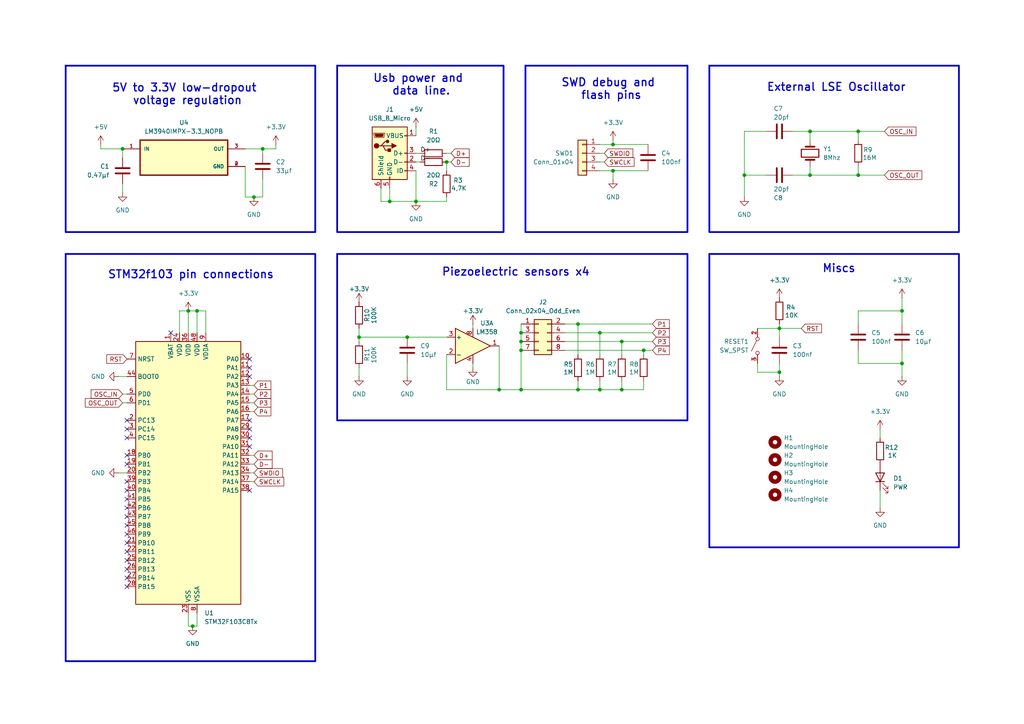
<source format=kicad_sch>
(kicad_sch (version 20250114) (generator "eeschema") (generator_version "9.0")
  (paper "A4")
  (title_block (title "Taiko STM32 Drum"))
  (lib_symbols
    (symbol "Amplifier_Operational:LM358" (pin_names (offset 0.127))
      (property "Reference" "U3" (at 0 10.16 0))
      (property "Value" "LM358" (at 0 7.62 0))
      (symbol "LM358_1_1"
        (polyline (pts (xy -5.08 5.08) (xy 5.08 0) (xy -5.08 -5.08) (xy -5.08 5.08)) (stroke (width 0.254)) (fill (type background)))
        (pin input line (at -7.62 2.54 0) (length 2.54) (name "+") (number "3"))
        (pin input line (at -7.62 -2.54 0) (length 2.54) (name "-") (number "2"))
        (pin power_in line (at 0 5.08 270) (length 2.54) (name "") (number "8"))
        (pin power_in line (at 0 -5.08 90) (length 2.54) (name "") (number "4"))
        (pin output line (at 7.62 0 180) (length 2.54) (name "~") (number "1"))
      )
      (symbol "LM358_2_1"
        (polyline (pts (xy -5.08 5.08) (xy 5.08 0) (xy -5.08 -5.08) (xy -5.08 5.08)) (stroke (width 0.254)) (fill (type background)))
        (pin input line (at -7.62 2.54 0) (length 2.54) (name "+") (number "5"))
        (pin input line (at -7.62 -2.54 0) (length 2.54) (name "-") (number "6"))
        (pin output line (at 7.62 0 180) (length 2.54) (name "~") (number "7"))
      )
      (symbol "LM358_3_1"
        (pin power_in line (at -2.54 7.62 270) (length 3.81) (name "V+") (number "8"))
        (pin power_in line (at -2.54 -7.62 90) (length 3.81) (name "V-") (number "4"))
      )
    )
    (symbol "Connector:USB_B_Micro" (pin_names (offset 1.016))
      (property "Reference" "J" (at -5.08 11.43 0))
      (property "Value" "USB_B_Micro" (at -5.08 8.89 0))
      (symbol "USB_B_Micro_0_1"
        (rectangle (start -5.08 -7.62) (end 5.08 7.62) (stroke (width 0.254)) (fill (type background)))
        (polyline (pts (xy -4.699 5.842) (xy -4.699 5.588) (xy -4.445 4.826) (xy -4.445 4.572) (xy -1.651 4.572) (xy -1.651 4.826) (xy -1.397 5.588) (xy -1.397 5.842) (xy -4.699 5.842)))
        (polyline (pts (xy -4.318 5.588) (xy -1.778 5.588) (xy -2.032 4.826) (xy -4.064 4.826) (xy -4.318 5.588)) (fill (type outline)))
        (circle (center -3.81 2.159) (radius 0.635) (stroke (width 0.254)) (fill (type outline)))
        (polyline (pts (xy -3.175 2.159) (xy -2.54 2.159) (xy -1.27 3.429) (xy -0.635 3.429)) (stroke (width 0.254)))
        (polyline (pts (xy -2.54 2.159) (xy -1.905 2.159) (xy -1.27 0.889) (xy 0 0.889)) (stroke (width 0.254)))
        (polyline (pts (xy -1.905 2.159) (xy 0.635 2.159)) (stroke (width 0.254)))
        (circle (center -0.635 3.429) (radius 0.381) (stroke (width 0.254)) (fill (type outline)))
        (rectangle (start -0.127 -7.62) (end 0.127 -6.858))
        (rectangle (start 0.254 1.27) (end -0.508 0.508) (stroke (width 0.254)) (fill (type outline)))
        (polyline (pts (xy 0.635 2.794) (xy 0.635 1.524) (xy 1.905 2.159) (xy 0.635 2.794)) (stroke (width 0.254)) (fill (type outline)))
        (rectangle (start 5.08 4.953) (end 4.318 5.207))
        (rectangle (start 5.08 -0.127) (end 4.318 0.127))
        (rectangle (start 5.08 -2.667) (end 4.318 -2.413))
        (rectangle (start 5.08 -5.207) (end 4.318 -4.953))
      )
      (symbol "USB_B_Micro_1_1"
        (pin passive line (at -2.54 -10.16 90) (length 2.54) (name "Shield") (number "6"))
        (pin power_out line (at 0 -10.16 90) (length 2.54) (name "GND") (number "5"))
        (pin power_out line (at 7.62 5.08 180) (length 2.54) (name "VBUS") (number "1"))
        (pin bidirectional line (at 7.62 0 180) (length 2.54) (name "D+") (number "3"))
        (pin bidirectional line (at 7.62 -2.54 180) (length 2.54) (name "D-") (number "2"))
        (pin passive line (at 7.62 -5.08 180) (length 2.54) (name "ID") (number "4"))
      )
    )
    (symbol "Connector_Generic:Conn_01x04" (pin_names (offset 1.016) (hide yes))
      (property "Reference" "J" (at 0 5.08 0))
      (property "Value" "Conn_01x04" (at 0 -7.62 0))
      (symbol "Conn_01x04_1_1"
        (rectangle (start -1.27 3.81) (end 1.27 -6.35) (stroke (width 0.254)) (fill (type background)))
        (rectangle (start -1.27 2.667) (end 0 2.413) (stroke (width 0.1524)))
        (rectangle (start -1.27 0.127) (end 0 -0.127) (stroke (width 0.1524)))
        (rectangle (start -1.27 -2.413) (end 0 -2.667) (stroke (width 0.1524)))
        (rectangle (start -1.27 -4.953) (end 0 -5.207) (stroke (width 0.1524)))
        (pin passive line (at -5.08 2.54 0) (length 3.81) (name "Pin_1") (number "1"))
        (pin passive line (at -5.08 0 0) (length 3.81) (name "Pin_2") (number "2"))
        (pin passive line (at -5.08 -2.54 0) (length 3.81) (name "Pin_3") (number "3"))
        (pin passive line (at -5.08 -5.08 0) (length 3.81) (name "Pin_4") (number "4"))
      )
    )
    (symbol "Connector_Generic:Conn_02x04_Odd_Even" (pin_names (offset 1.016) (hide yes))
      (property "Reference" "J" (at 1.27 5.08 0))
      (property "Value" "Conn_02x04_Odd_Even" (at 1.27 -7.62 0))
      (symbol "Conn_02x04_Odd_Even_1_1"
        (rectangle (start -1.27 3.81) (end 3.81 -6.35) (stroke (width 0.254)) (fill (type background)))
        (rectangle (start -1.27 2.667) (end 0 2.413) (stroke (width 0.1524)))
        (rectangle (start -1.27 0.127) (end 0 -0.127) (stroke (width 0.1524)))
        (rectangle (start -1.27 -2.413) (end 0 -2.667) (stroke (width 0.1524)))
        (rectangle (start -1.27 -4.953) (end 0 -5.207) (stroke (width 0.1524)))
        (rectangle (start 3.81 2.667) (end 2.54 2.413) (stroke (width 0.1524)))
        (rectangle (start 3.81 0.127) (end 2.54 -0.127) (stroke (width 0.1524)))
        (rectangle (start 3.81 -2.413) (end 2.54 -2.667) (stroke (width 0.1524)))
        (rectangle (start 3.81 -4.953) (end 2.54 -5.207) (stroke (width 0.1524)))
        (pin passive line (at -5.08 2.54 0) (length 3.81) (name "Pin_1") (number "1"))
        (pin passive line (at -5.08 0 0) (length 3.81) (name "Pin_3") (number "3"))
        (pin passive line (at -5.08 -2.54 0) (length 3.81) (name "Pin_5") (number "5"))
        (pin passive line (at -5.08 -5.08 0) (length 3.81) (name "Pin_7") (number "7"))
        (pin passive line (at 7.62 2.54 180) (length 3.81) (name "Pin_2") (number "2"))
        (pin passive line (at 7.62 0 180) (length 3.81) (name "Pin_4") (number "4"))
        (pin passive line (at 7.62 -2.54 180) (length 3.81) (name "Pin_6") (number "6"))
        (pin passive line (at 7.62 -5.08 180) (length 3.81) (name "Pin_8") (number "8"))
      )
    )
    (symbol "Device:C" (pin_numbers (hide yes)) (pin_names (offset 0.254))
      (property "Reference" "C" (at 0.635 2.54 0))
      (property "Value" "C" (at 0.635 -2.54 0))
      (symbol "C_0_1"
        (polyline (pts (xy -2.032 0.762) (xy 2.032 0.762)) (stroke (width 0.508)))
        (polyline (pts (xy -2.032 -0.762) (xy 2.032 -0.762)) (stroke (width 0.508)))
      )
      (symbol "C_1_1"
        (pin passive line (at 0 3.81 270) (length 2.794) (name "~") (number "1"))
        (pin passive line (at 0 -3.81 90) (length 2.794) (name "~") (number "2"))
      )
    )
    (symbol "Device:Crystal" (pin_numbers (hide yes)) (pin_names (offset 1.016) (hide yes))
      (property "Reference" "Y" (at 0 3.81 0))
      (property "Value" "Crystal" (at 0 -3.81 0))
      (symbol "Crystal_0_1"
        (polyline (pts (xy -2.54 0) (xy -1.905 0)))
        (polyline (pts (xy -1.905 -1.27) (xy -1.905 1.27)) (stroke (width 0.508)))
        (rectangle (start -1.143 2.54) (end 1.143 -2.54) (stroke (width 0.3048)))
        (polyline (pts (xy 1.905 -1.27) (xy 1.905 1.27)) (stroke (width 0.508)))
        (polyline (pts (xy 2.54 0) (xy 1.905 0)))
      )
      (symbol "Crystal_1_1"
        (pin passive line (at -3.81 0 0) (length 1.27) (name "1") (number "1"))
        (pin passive line (at 3.81 0 180) (length 1.27) (name "2") (number "2"))
      )
    )
    (symbol "Device:LED" (pin_numbers (hide yes)) (pin_names (offset 1.016) (hide yes))
      (property "Reference" "D" (at 0 2.54 0))
      (property "Value" "LED" (at 0 -2.54 0))
      (symbol "LED_0_1"
        (polyline (pts (xy -3.048 -0.762) (xy -4.572 -2.286) (xy -3.81 -2.286) (xy -4.572 -2.286) (xy -4.572 -1.524)))
        (polyline (pts (xy -1.778 -0.762) (xy -3.302 -2.286) (xy -2.54 -2.286) (xy -3.302 -2.286) (xy -3.302 -1.524)))
        (polyline (pts (xy -1.27 0) (xy 1.27 0)))
        (polyline (pts (xy -1.27 -1.27) (xy -1.27 1.27)) (stroke (width 0.254)))
        (polyline (pts (xy 1.27 -1.27) (xy 1.27 1.27) (xy -1.27 0) (xy 1.27 -1.27)) (stroke (width 0.254)))
      )
      (symbol "LED_1_1"
        (pin passive line (at -3.81 0 0) (length 2.54) (name "K") (number "1"))
        (pin passive line (at 3.81 0 180) (length 2.54) (name "A") (number "2"))
      )
    )
    (symbol "Device:R" (pin_numbers (hide yes)) (pin_names (offset 0))
      (property "Reference" "R" (at 2.032 0 90))
      (property "Value" "R" (at 0 0 90))
      (symbol "R_0_1"
        (rectangle (start -1.016 -2.54) (end 1.016 2.54) (stroke (width 0.254)))
      )
      (symbol "R_1_1"
        (pin passive line (at 0 3.81 270) (length 1.27) (name "~") (number "1"))
        (pin passive line (at 0 -3.81 90) (length 1.27) (name "~") (number "2"))
      )
    )
    (symbol "LM3940IMPX-3.3_NOPB_1" (pin_names (offset 1.016))
      (property "Reference" "U" (at -12.7 6.08 0))
      (property "Value" "LM3940IMPX-3.3_NOPB" (at -12.7 -9.08 0))
      (symbol "LM3940IMPX-3.3_NOPB_1_0_0"
        (rectangle (start -12.7 -5.08) (end 12.7 5.08) (stroke (width 0.41)) (fill (type background)))
        (pin input line (at -17.78 2.54 0) (length 5.08) (name "IN") (number "1"))
        (pin output line (at 17.78 2.54 180) (length 5.08) (name "OUT") (number "3"))
        (pin power_in line (at 17.78 -2.54 180) (length 5.08) (name "GND") (number "2"))
        (pin power_in line (at 17.78 -2.54 180) (length 5.08) (name "GND") (number "4"))
      )
    )
    (symbol "MCU_ST_STM32F1:STM32F103C8Tx"
      (property "Reference" "U" (at -15.24 39.37 0))
      (property "Value" "STM32F103C8Tx" (at 7.62 39.37 0))
      (symbol "STM32F103C8Tx_0_1"
        (rectangle (start -15.24 -38.1) (end 15.24 38.1) (stroke (width 0.254)) (fill (type background)))
      )
      (symbol "STM32F103C8Tx_1_1"
        (pin input line (at -17.78 33.02 0) (length 2.54) (name "NRST") (number "7"))
        (pin input line (at -17.78 27.94 0) (length 2.54) (name "BOOT0") (number "44"))
        (pin bidirectional line (at -17.78 22.86 0) (length 2.54) (name "PD0") (number "5"))
        (pin bidirectional line (at -17.78 20.32 0) (length 2.54) (name "PD1") (number "6"))
        (pin bidirectional line (at -17.78 15.24 0) (length 2.54) (name "PC13") (number "2"))
        (pin bidirectional line (at -17.78 12.7 0) (length 2.54) (name "PC14") (number "3"))
        (pin bidirectional line (at -17.78 10.16 0) (length 2.54) (name "PC15") (number "4"))
        (pin bidirectional line (at -17.78 5.08 0) (length 2.54) (name "PB0") (number "18"))
        (pin bidirectional line (at -17.78 2.54 0) (length 2.54) (name "PB1") (number "19"))
        (pin bidirectional line (at -17.78 0 0) (length 2.54) (name "PB2") (number "20"))
        (pin bidirectional line (at -17.78 -2.54 0) (length 2.54) (name "PB3") (number "39"))
        (pin bidirectional line (at -17.78 -5.08 0) (length 2.54) (name "PB4") (number "40"))
        (pin bidirectional line (at -17.78 -7.62 0) (length 2.54) (name "PB5") (number "41"))
        (pin bidirectional line (at -17.78 -10.16 0) (length 2.54) (name "PB6") (number "42"))
        (pin bidirectional line (at -17.78 -12.7 0) (length 2.54) (name "PB7") (number "43"))
        (pin bidirectional line (at -17.78 -15.24 0) (length 2.54) (name "PB8") (number "45"))
        (pin bidirectional line (at -17.78 -17.78 0) (length 2.54) (name "PB9") (number "46"))
        (pin bidirectional line (at -17.78 -20.32 0) (length 2.54) (name "PB10") (number "21"))
        (pin bidirectional line (at -17.78 -22.86 0) (length 2.54) (name "PB11") (number "22"))
        (pin bidirectional line (at -17.78 -25.4 0) (length 2.54) (name "PB12") (number "25"))
        (pin bidirectional line (at -17.78 -27.94 0) (length 2.54) (name "PB13") (number "26"))
        (pin bidirectional line (at -17.78 -30.48 0) (length 2.54) (name "PB14") (number "27"))
        (pin bidirectional line (at -17.78 -33.02 0) (length 2.54) (name "PB15") (number "28"))
        (pin power_in line (at -5.08 40.64 270) (length 2.54) (name "VBAT") (number "1"))
        (pin power_in line (at -2.54 40.64 270) (length 2.54) (name "VDD") (number "24"))
        (pin power_in line (at 0 40.64 270) (length 2.54) (name "VDD") (number "36"))
        (pin power_in line (at 0 -40.64 90) (length 2.54) (name "VSS") (number "23"))
        (pin passive line (at 0 -40.64 90) (length 2.54) (hide yes) (name "VSS") (number "35"))
        (pin passive line (at 0 -40.64 90) (length 2.54) (hide yes) (name "VSS") (number "47"))
        (pin power_in line (at 2.54 40.64 270) (length 2.54) (name "VDD") (number "48"))
        (pin power_in line (at 2.54 -40.64 90) (length 2.54) (name "VSSA") (number "8"))
        (pin power_in line (at 5.08 40.64 270) (length 2.54) (name "VDDA") (number "9"))
        (pin bidirectional line (at 17.78 33.02 180) (length 2.54) (name "PA0") (number "10"))
        (pin bidirectional line (at 17.78 30.48 180) (length 2.54) (name "PA1") (number "11"))
        (pin bidirectional line (at 17.78 27.94 180) (length 2.54) (name "PA2") (number "12"))
        (pin bidirectional line (at 17.78 25.4 180) (length 2.54) (name "PA3") (number "13"))
        (pin bidirectional line (at 17.78 22.86 180) (length 2.54) (name "PA4") (number "14"))
        (pin bidirectional line (at 17.78 20.32 180) (length 2.54) (name "PA5") (number "15"))
        (pin bidirectional line (at 17.78 17.78 180) (length 2.54) (name "PA6") (number "16"))
        (pin bidirectional line (at 17.78 15.24 180) (length 2.54) (name "PA7") (number "17"))
        (pin bidirectional line (at 17.78 12.7 180) (length 2.54) (name "PA8") (number "29"))
        (pin bidirectional line (at 17.78 10.16 180) (length 2.54) (name "PA9") (number "30"))
        (pin bidirectional line (at 17.78 7.62 180) (length 2.54) (name "PA10") (number "31"))
        (pin bidirectional line (at 17.78 5.08 180) (length 2.54) (name "PA11") (number "32"))
        (pin bidirectional line (at 17.78 2.54 180) (length 2.54) (name "PA12") (number "33"))
        (pin bidirectional line (at 17.78 0 180) (length 2.54) (name "PA13") (number "34"))
        (pin bidirectional line (at 17.78 -2.54 180) (length 2.54) (name "PA14") (number "37"))
        (pin bidirectional line (at 17.78 -5.08 180) (length 2.54) (name "PA15") (number "38"))
      )
    )
    (symbol "Mechanical:MountingHole" (pin_names (offset 1.016)) (exclude_from_sim yes) (in_bom no)
      (property "Reference" "H" (at 0 5.08 0))
      (property "Value" "MountingHole" (at 0 3.175 0))
      (symbol "MountingHole_0_1"
        (circle (center 0 0) (radius 1.27) (stroke (width 1.27)))
      )
    )
    (symbol "Switch:SW_SPST" (pin_names (offset 0) (hide yes))
      (property "Reference" "RESET1" (at -1.2701 2.54 90))
      (property "Value" "SW_SPST" (at 1.2699 2.54 90))
      (symbol "SW_SPST_0_0"
        (circle (center -2.032 0) (radius 0.508))
        (polyline (pts (xy -1.524 0.254) (xy 1.524 1.778)))
        (circle (center 2.032 0) (radius 0.508))
      )
      (symbol "SW_SPST_1_1"
        (pin passive line (at -5.08 0 0) (length 2.54) (name "A") (number "1"))
        (pin passive line (at -5.08 0 0) (length 2.54) (name "B") (number "2"))
        (pin passive line (at 5.08 0 180) (length 2.54) (name "A") (number "3"))
        (pin passive line (at 5.08 0 180) (length 2.54) (name "B") (number "4"))
      )
    )
    (symbol "power:+3.3V" (power) (pin_numbers (hide yes)) (pin_names (offset 0) (hide yes))
      (property "Value" "+3.3V" (at 0 3.556 0))
      (symbol "+3.3V_0_1"
        (polyline (pts (xy -0.762 1.27) (xy 0 2.54)))
        (polyline (pts (xy 0 2.54) (xy 0.762 1.27)))
        (polyline (pts (xy 0 0) (xy 0 2.54)))
      )
      (symbol "+3.3V_1_1"
        (pin power_in line (at 0 0 90) (length 0) (name "~") (number "1"))
      )
    )
    (symbol "power:+5V" (power) (pin_numbers (hide yes)) (pin_names (offset 0) (hide yes))
      (property "Value" "+5V" (at 0 3.556 0))
      (symbol "+5V_0_1"
        (polyline (pts (xy -0.762 1.27) (xy 0 2.54)))
        (polyline (pts (xy 0 2.54) (xy 0.762 1.27)))
        (polyline (pts (xy 0 0) (xy 0 2.54)))
      )
      (symbol "+5V_1_1"
        (pin power_in line (at 0 0 90) (length 0) (name "~") (number "1"))
      )
    )
    (symbol "power:GND" (power) (pin_numbers (hide yes)) (pin_names (offset 0) (hide yes))
      (property "Value" "GND" (at 0 -3.81 0))
      (symbol "GND_0_1"
        (polyline (pts (xy 0 0) (xy 0 -1.27) (xy 1.27 -1.27) (xy 0 -2.54) (xy -1.27 -1.27) (xy 0 -1.27)))
      )
      (symbol "GND_1_1"
        (pin power_in line (at 0 0 270) (length 0) (name "~") (number "1"))
      )
    )
  )
  (rectangle (start 152.4 19.05) (end 199.39 67.31) (stroke (width 0.508)))
  (rectangle (start 205.74 19.05) (end 278.13 67.31) (stroke (width 0.508)))
  (rectangle (start 97.79 73.66) (end 199.39 121.92) (stroke (width 0.508)))
  (rectangle (start 97.79 19.05) (end 146.05 67.31) (stroke (width 0.508)))
  (rectangle (start 205.74 73.66) (end 278.13 158.75) (stroke (width 0.508)))
  (rectangle (start 19.05 73.66) (end 91.44 191.77) (stroke (width 0.508)))
  (rectangle (start 19.05 19.05) (end 91.44 67.31) (stroke (width 0.508)))
  (text "STM32f103 pin connections" (at 55.372 79.756 0) (effects (font (size 2.286 2.286) (thickness 0.3556) (bold yes))))
  (text "Piezoelectric sensors x4" (at 149.606 78.994 0) (effects (font (size 2.286 2.286) (thickness 0.3556) (bold yes))))
  (text "5V to 3.3V low-dropout \nvoltage regulation" (at 54.356 27.432 0) (effects (font (size 2.286 2.286) (thickness 0.3556) (bold yes))))
  (text "Usb power and \ndata line." (at 122.174 24.638 0) (effects (font (size 2.286 2.286) (thickness 0.3556) (bold yes))))
  (text "Miscs" (at 243.332 77.978 0) (effects (font (size 2.286 2.286) (thickness 0.3556) (bold yes))))
  (text "SWD debug and \nflash pins" (at 177.292 25.908 0) (effects (font (size 2.286 2.286) (thickness 0.3556) (bold yes))))
  (text "External LSE Oscillator" (at 242.57 25.4 0) (effects (font (size 2.286 2.286) (thickness 0.3556) (bold yes))))
  (junction (at 151.13 113.03))
  (junction (at 120.65 58.42))
  (junction (at 226.06 107.95))
  (junction (at 173.99 113.03))
  (junction (at 173.99 96.52))
  (junction (at 167.64 113.03))
  (junction (at 76.2 43.18))
  (junction (at 35.56 43.18))
  (junction (at 180.34 113.03))
  (junction (at 261.62 105.41))
  (junction (at 215.9 50.8))
  (junction (at 144.78 113.03))
  (junction (at 55.88 181.61))
  (junction (at 177.8 49.53))
  (junction (at 151.13 99.06))
  (junction (at 113.03 58.42))
  (junction (at 54.61 90.17))
  (junction (at 226.06 95.25))
  (junction (at 129.54 46.99))
  (junction (at 180.34 99.06))
  (junction (at 57.15 90.17))
  (junction (at 177.8 41.91))
  (junction (at 186.69 101.6))
  (junction (at 104.14 97.79))
  (junction (at 234.95 38.1))
  (junction (at 118.11 97.79))
  (junction (at 234.95 50.8))
  (junction (at 73.66 57.15))
  (junction (at 167.64 93.98))
  (junction (at 261.62 90.17))
  (junction (at 248.92 38.1))
  (junction (at 248.92 50.8))
  (junction (at 151.13 96.52))
  (junction (at 151.13 101.6))
  (no_connect (at 36.83 139.7))
  (no_connect (at 36.83 142.24))
  (no_connect (at 36.83 144.78))
  (no_connect (at 49.53 96.52))
  (no_connect (at 36.83 165.1))
  (no_connect (at 36.83 170.18))
  (no_connect (at 36.83 132.08))
  (no_connect (at 36.83 147.32))
  (no_connect (at 72.39 127))
  (no_connect (at 72.39 142.24))
  (no_connect (at 36.83 162.56))
  (no_connect (at 72.39 104.14))
  (no_connect (at 36.83 167.64))
  (no_connect (at 36.83 121.92))
  (no_connect (at 72.39 106.68))
  (no_connect (at 36.83 157.48))
  (no_connect (at 72.39 109.22))
  (no_connect (at 72.39 124.46))
  (no_connect (at 72.39 129.54))
  (no_connect (at 36.83 160.02))
  (no_connect (at 36.83 154.94))
  (no_connect (at 36.83 152.4))
  (no_connect (at 36.83 127))
  (no_connect (at 36.83 134.62))
  (no_connect (at 36.83 149.86))
  (no_connect (at 36.83 124.46))
  (no_connect (at 72.39 121.92))
  (wire (pts (xy 151.13 101.6) (xy 151.13 99.06)))
  (wire (pts (xy 167.64 110.49) (xy 167.64 113.03)))
  (wire (pts (xy 76.2 52.07) (xy 76.2 57.15)))
  (wire (pts (xy 57.15 177.8) (xy 57.15 181.61)))
  (wire (pts (xy 59.69 90.17) (xy 57.15 90.17)))
  (wire (pts (xy 52.07 90.17) (xy 54.61 90.17)))
  (wire (pts (xy 144.78 100.33) (xy 144.78 113.03)))
  (wire (pts (xy 72.39 137.16) (xy 73.66 137.16)))
  (wire (pts (xy 186.69 113.03) (xy 180.34 113.03)))
  (wire (pts (xy 215.9 50.8) (xy 215.9 38.1)))
  (wire (pts (xy 72.39 114.3) (xy 73.66 114.3)))
  (wire (pts (xy 57.15 90.17) (xy 57.15 96.52)))
  (wire (pts (xy 226.06 107.95) (xy 226.06 109.22)))
  (wire (pts (xy 72.39 116.84) (xy 73.66 116.84)))
  (wire (pts (xy 173.99 96.52) (xy 189.23 96.52)))
  (wire (pts (xy 113.03 58.42) (xy 120.65 58.42)))
  (wire (pts (xy 54.61 177.8) (xy 54.61 181.61)))
  (wire (pts (xy 261.62 105.41) (xy 261.62 109.22)))
  (wire (pts (xy 180.34 110.49) (xy 180.34 113.03)))
  (wire (pts (xy 180.34 113.03) (xy 173.99 113.03)))
  (wire (pts (xy 71.12 48.26) (xy 71.12 57.15)))
  (wire (pts (xy 229.87 50.8) (xy 234.95 50.8)))
  (wire (pts (xy 104.14 106.68) (xy 104.14 109.22)))
  (wire (pts (xy 234.95 38.1) (xy 248.92 38.1)))
  (wire (pts (xy 219.71 107.95) (xy 219.71 105.41)))
  (wire (pts (xy 72.39 111.76) (xy 73.66 111.76)))
  (wire (pts (xy 248.92 48.26) (xy 248.92 50.8)))
  (wire (pts (xy 163.83 101.6) (xy 186.69 101.6)))
  (wire (pts (xy 186.69 101.6) (xy 189.23 101.6)))
  (wire (pts (xy 35.56 53.34) (xy 35.56 55.88)))
  (wire (pts (xy 118.11 109.22) (xy 118.11 105.41)))
  (wire (pts (xy 120.65 46.99) (xy 121.92 46.99)))
  (wire (pts (xy 151.13 113.03) (xy 167.64 113.03)))
  (wire (pts (xy 186.69 101.6) (xy 186.69 102.87)))
  (wire (pts (xy 34.29 109.22) (xy 36.83 109.22)))
  (wire (pts (xy 113.03 54.61) (xy 113.03 58.42)))
  (wire (pts (xy 129.54 102.87) (xy 129.54 113.03)))
  (wire (pts (xy 173.99 41.91) (xy 177.8 41.91)))
  (wire (pts (xy 180.34 99.06) (xy 180.34 102.87)))
  (wire (pts (xy 52.07 96.52) (xy 52.07 90.17)))
  (wire (pts (xy 151.13 93.98) (xy 151.13 96.52)))
  (wire (pts (xy 72.39 134.62) (xy 73.66 134.62)))
  (wire (pts (xy 177.8 49.53) (xy 187.96 49.53)))
  (wire (pts (xy 120.65 49.53) (xy 120.65 58.42)))
  (wire (pts (xy 173.99 49.53) (xy 177.8 49.53)))
  (wire (pts (xy 76.2 57.15) (xy 73.66 57.15)))
  (wire (pts (xy 54.61 90.17) (xy 57.15 90.17)))
  (wire (pts (xy 248.92 90.17) (xy 261.62 90.17)))
  (wire (pts (xy 104.14 97.79) (xy 118.11 97.79)))
  (wire (pts (xy 57.15 181.61) (xy 55.88 181.61)))
  (wire (pts (xy 177.8 41.91) (xy 187.96 41.91)))
  (wire (pts (xy 29.21 43.18) (xy 35.56 43.18)))
  (wire (pts (xy 255.27 124.46) (xy 255.27 127)))
  (wire (pts (xy 144.78 113.03) (xy 151.13 113.03)))
  (wire (pts (xy 167.64 93.98) (xy 167.64 102.87)))
  (wire (pts (xy 226.06 105.41) (xy 226.06 107.95)))
  (wire (pts (xy 72.39 132.08) (xy 73.66 132.08)))
  (wire (pts (xy 121.92 44.45) (xy 120.65 44.45)))
  (wire (pts (xy 151.13 96.52) (xy 151.13 99.06)))
  (wire (pts (xy 219.71 95.25) (xy 226.06 95.25)))
  (wire (pts (xy 261.62 93.98) (xy 261.62 90.17)))
  (wire (pts (xy 215.9 38.1) (xy 222.25 38.1)))
  (wire (pts (xy 226.06 93.98) (xy 226.06 95.25)))
  (wire (pts (xy 129.54 44.45) (xy 130.81 44.45)))
  (wire (pts (xy 71.12 43.18) (xy 76.2 43.18)))
  (wire (pts (xy 167.64 93.98) (xy 189.23 93.98)))
  (wire (pts (xy 80.01 43.18) (xy 76.2 43.18)))
  (wire (pts (xy 129.54 46.99) (xy 130.81 46.99)))
  (wire (pts (xy 110.49 58.42) (xy 113.03 58.42)))
  (wire (pts (xy 163.83 99.06) (xy 180.34 99.06)))
  (wire (pts (xy 110.49 54.61) (xy 110.49 58.42)))
  (wire (pts (xy 248.92 38.1) (xy 248.92 40.64)))
  (wire (pts (xy 55.88 181.61) (xy 54.61 181.61)))
  (wire (pts (xy 120.65 58.42) (xy 129.54 58.42)))
  (wire (pts (xy 226.06 95.25) (xy 232.41 95.25)))
  (wire (pts (xy 234.95 50.8) (xy 234.95 48.26)))
  (wire (pts (xy 226.06 95.25) (xy 226.06 97.79)))
  (wire (pts (xy 255.27 142.24) (xy 255.27 147.32)))
  (wire (pts (xy 256.54 38.1) (xy 248.92 38.1)))
  (wire (pts (xy 261.62 86.36) (xy 261.62 90.17)))
  (wire (pts (xy 261.62 101.6) (xy 261.62 105.41)))
  (wire (pts (xy 129.54 57.15) (xy 129.54 58.42)))
  (wire (pts (xy 215.9 57.15) (xy 215.9 50.8)))
  (wire (pts (xy 248.92 105.41) (xy 261.62 105.41)))
  (wire (pts (xy 163.83 96.52) (xy 173.99 96.52)))
  (wire (pts (xy 72.39 139.7) (xy 73.66 139.7)))
  (wire (pts (xy 72.39 119.38) (xy 73.66 119.38)))
  (wire (pts (xy 186.69 110.49) (xy 186.69 113.03)))
  (wire (pts (xy 71.12 57.15) (xy 73.66 57.15)))
  (wire (pts (xy 234.95 40.64) (xy 234.95 38.1)))
  (wire (pts (xy 173.99 46.99) (xy 175.26 46.99)))
  (wire (pts (xy 215.9 50.8) (xy 222.25 50.8)))
  (wire (pts (xy 36.83 137.16) (xy 34.29 137.16)))
  (wire (pts (xy 163.83 93.98) (xy 167.64 93.98)))
  (wire (pts (xy 59.69 96.52) (xy 59.69 90.17)))
  (wire (pts (xy 104.14 95.25) (xy 104.14 97.79)))
  (wire (pts (xy 256.54 50.8) (xy 248.92 50.8)))
  (wire (pts (xy 173.99 113.03) (xy 167.64 113.03)))
  (wire (pts (xy 151.13 101.6) (xy 151.13 113.03)))
  (wire (pts (xy 80.01 41.91) (xy 80.01 43.18)))
  (wire (pts (xy 248.92 93.98) (xy 248.92 90.17)))
  (wire (pts (xy 175.26 44.45) (xy 173.99 44.45)))
  (wire (pts (xy 234.95 50.8) (xy 248.92 50.8)))
  (wire (pts (xy 248.92 101.6) (xy 248.92 105.41)))
  (wire (pts (xy 129.54 46.99) (xy 129.54 49.53)))
  (wire (pts (xy 118.11 97.79) (xy 129.54 97.79)))
  (wire (pts (xy 54.61 90.17) (xy 54.61 96.52)))
  (wire (pts (xy 35.56 43.18) (xy 35.56 45.72)))
  (wire (pts (xy 137.16 106.68) (xy 137.16 105.41)))
  (wire (pts (xy 129.54 113.03) (xy 144.78 113.03)))
  (wire (pts (xy 29.21 41.91) (xy 29.21 43.18)))
  (wire (pts (xy 219.71 107.95) (xy 226.06 107.95)))
  (wire (pts (xy 173.99 96.52) (xy 173.99 102.87)))
  (wire (pts (xy 104.14 97.79) (xy 104.14 99.06)))
  (wire (pts (xy 35.56 116.84) (xy 36.83 116.84)))
  (wire (pts (xy 180.34 99.06) (xy 189.23 99.06)))
  (wire (pts (xy 177.8 40.64) (xy 177.8 41.91)))
  (wire (pts (xy 234.95 38.1) (xy 229.87 38.1)))
  (wire (pts (xy 76.2 43.18) (xy 76.2 44.45)))
  (wire (pts (xy 177.8 52.07) (xy 177.8 49.53)))
  (wire (pts (xy 173.99 110.49) (xy 173.99 113.03)))
  (wire (pts (xy 137.16 93.98) (xy 137.16 95.25)))
  (wire (pts (xy 120.65 39.37) (xy 120.65 36.83)))
  (wire (pts (xy 35.56 114.3) (xy 36.83 114.3)))
  (label "D+" (at 121.92 44.45 0))
  (label "D-" (at 121.92 46.99 0))
  (global_label "SWDIO" (shape input) (at 175.26 44.45 0) (property "Intersheetrefs" "${INTERSHEET_REFS}" (effects (hide yes))))
  (global_label "P4" (shape input) (at 189.23 101.6 0) (property "Intersheetrefs" "${INTERSHEET_REFS}" (effects (hide yes))))
  (global_label "P3" (shape input) (at 189.23 99.06 0) (property "Intersheetrefs" "${INTERSHEET_REFS}" (effects (hide yes))))
  (global_label "P1" (shape input) (at 73.66 111.76 0) (property "Intersheetrefs" "${INTERSHEET_REFS}" (effects (hide yes))))
  (global_label "P4" (shape input) (at 73.66 119.38 0) (property "Intersheetrefs" "${INTERSHEET_REFS}" (effects (hide yes))))
  (global_label "SWCLK" (shape input) (at 175.26 46.99 0) (property "Intersheetrefs" "${INTERSHEET_REFS}" (effects (hide yes))))
  (global_label "P2" (shape input) (at 189.23 96.52 0) (property "Intersheetrefs" "${INTERSHEET_REFS}" (effects (hide yes))))
  (global_label "D+" (shape input) (at 130.81 44.45 0) (property "Intersheetrefs" "${INTERSHEET_REFS}" (effects (hide yes))))
  (global_label "OSC_OUT" (shape input) (at 256.54 50.8 0) (property "Intersheetrefs" "${INTERSHEET_REFS}" (effects (hide yes))))
  (global_label "OSC_IN" (shape input) (at 256.54 38.1 0) (property "Intersheetrefs" "${INTERSHEET_REFS}" (effects (hide yes))))
  (global_label "OSC_OUT" (shape input) (at 35.56 116.84 180) (property "Intersheetrefs" "${INTERSHEET_REFS}" (effects (hide yes))))
  (global_label "D-" (shape input) (at 130.81 46.99 0) (property "Intersheetrefs" "${INTERSHEET_REFS}" (effects (hide yes))))
  (global_label "RST" (shape input) (at 232.41 95.25 0) (property "Intersheetrefs" "${INTERSHEET_REFS}" (effects (hide yes))))
  (global_label "P2" (shape input) (at 73.66 114.3 0) (property "Intersheetrefs" "${INTERSHEET_REFS}" (effects (hide yes))))
  (global_label "SWCLK" (shape input) (at 73.66 139.7 0) (property "Intersheetrefs" "${INTERSHEET_REFS}" (effects (hide yes))))
  (global_label "RST" (shape input) (at 36.83 104.14 180) (property "Intersheetrefs" "${INTERSHEET_REFS}" (effects (hide yes))))
  (global_label "OSC_IN" (shape input) (at 35.56 114.3 180) (property "Intersheetrefs" "${INTERSHEET_REFS}" (effects (hide yes))))
  (global_label "P1" (shape input) (at 189.23 93.98 0) (property "Intersheetrefs" "${INTERSHEET_REFS}" (effects (hide yes))))
  (global_label "SWDIO" (shape input) (at 73.66 137.16 0) (property "Intersheetrefs" "${INTERSHEET_REFS}" (effects (hide yes))))
  (global_label "P3" (shape input) (at 73.66 116.84 0) (property "Intersheetrefs" "${INTERSHEET_REFS}" (effects (hide yes))))
  (global_label "D-" (shape input) (at 73.66 134.62 0) (property "Intersheetrefs" "${INTERSHEET_REFS}" (effects (hide yes))))
  (global_label "D+" (shape input) (at 73.66 132.08 0) (property "Intersheetrefs" "${INTERSHEET_REFS}" (effects (hide yes))))
  (symbol (lib_id "Device:C") (at 261.62 97.79 0) (unit 1)
    (property "Reference" "C6" (at 265.43 96.5199 0) (effects (justify left)))
    (property "Value" "10µf" (at 265.43 99.0599 0) (effects (justify left)))
    (property "Footprint" "Capacitor_THT:C_Radial_D5.0mm_H5.0mm_P2.00mm" (effects (hide yes)))
    (property "Description" "Unpolarized capacitor" (effects (hide yes)))
  )
  (symbol (lib_id "power:GND") (at 35.56 55.88 0) (unit 1)
    (property "Reference" "#PWR06" (effects (hide yes)))
    (property "Value" "GND" (at 35.56 60.96 0))
    (property "Description" "Power symbol creates a global label with name \"GND\" , ground" (effects (hide yes)))
  )
  (symbol (lib_id "Device:Crystal") (at 234.95 44.45 90) (unit 1)
    (property "Reference" "Y1" (at 238.76 43.1799 90) (effects (justify right)))
    (property "Value" "8Mhz" (at 238.76 45.7199 90) (effects (justify right)))
    (property "Footprint" "Crystal:Crystal_HC52-U_Vertical" (effects (hide yes)))
    (property "Description" "Two pin crystal" (effects (hide yes)))
  )
  (symbol (lib_id "Connector_Generic:Conn_01x04") (at 168.91 44.45 0) (mirror y) (unit 1)
    (property "Reference" "SWD1" (at 166.37 44.4499 0) (effects (justify left)))
    (property "Value" "Conn_01x04" (at 166.37 46.9899 0) (effects (justify left)))
    (property "Footprint" "Connector_PinHeader_2.54mm:PinHeader_1x04_P2.54mm_Vertical" (effects (hide yes)))
    (property "Description" "Generic connector, single row, 01x04, script generated (kicad-library-utils/schlib/autogen/connector/)" (effects (hide yes)))
  )
  (symbol (lib_id "power:+3.3V") (at 226.06 86.36 0) (unit 1)
    (property "Reference" "#PWR09" (effects (hide yes)))
    (property "Value" "+3.3V" (at 226.06 81.28 0))
    (property "Description" "Power symbol creates a global label with name \"+3.3V\"" (effects (hide yes)))
  )
  (symbol (lib_id "Amplifier_Operational:LM358") (at 137.16 100.33 0) (unit 1)
    (property "Reference" "U3" (at 141.224 93.726 0))
    (property "Value" "LM358" (at 141.224 96.266 0))
    (property "Footprint" "Package_DIP:DIP-8_W7.62mm" (effects (hide yes)))
    (property "Datasheet" "http://www.ti.com/lit/ds/symlink/lm2904-n.pdf" (effects (hide yes)))
    (property "Description" "Low-Power, Dual Operational Amplifiers, DIP-8/SOIC-8/TO-99-8" (effects (hide yes)))
  )
  (symbol (lib_id "power:+3.3V") (at 261.62 86.36 0) (unit 1)
    (property "Reference" "#PWR017" (effects (hide yes)))
    (property "Value" "+3.3V" (at 261.62 81.28 0))
    (property "Description" "Power symbol creates a global label with name \"+3.3V\"" (effects (hide yes)))
  )
  (symbol (lib_id "power:GND") (at 104.14 109.22 0) (unit 1)
    (property "Reference" "#PWR015" (effects (hide yes)))
    (property "Value" "GND" (at 104.14 114.3 0))
    (property "Description" "Power symbol creates a global label with name \"GND\" , ground" (effects (hide yes)))
  )
  (symbol (lib_id "Device:C") (at 226.06 38.1 90) (unit 1)
    (property "Reference" "C7" (at 227.076 31.496 90) (effects (justify left)))
    (property "Value" "20pf" (at 228.854 34.036 90) (effects (justify left)))
    (property "Footprint" "Capacitor_THT:C_Radial_D5.0mm_H5.0mm_P2.00mm" (effects (hide yes)))
    (property "Description" "Unpolarized capacitor" (effects (hide yes)))
  )
  (symbol (lib_id "Device:R") (at 125.73 44.45 90) (unit 1)
    (property "Reference" "R1" (at 125.73 38.1 90))
    (property "Value" "20Ω" (at 125.73 40.64 90))
    (property "Footprint" "Resistor_THT:R_Axial_DIN0204_L3.6mm_D1.6mm_P2.54mm_Vertical" (effects (hide yes)))
    (property "Description" "Resistor" (effects (hide yes)))
  )
  (symbol (lib_id "Mechanical:MountingHole") (at 224.79 128.27 0) (unit 1) (exclude_from_sim yes) (in_bom no)
    (property "Reference" "H1" (at 227.33 126.9999 0) (effects (justify left)))
    (property "Value" "MountingHole" (at 227.33 129.5399 0) (effects (justify left)))
    (property "Footprint" "MountingHole:MountingHole_2.2mm_M2" (effects (hide yes)))
    (property "Description" "Mounting Hole without connection" (effects (hide yes)))
  )
  (symbol (lib_id "power:GND") (at 120.65 58.42 0) (unit 1)
    (property "Reference" "#PWR02" (effects (hide yes)))
    (property "Value" "GND" (at 120.65 63.5 0))
    (property "Description" "Power symbol creates a global label with name \"GND\" , ground" (effects (hide yes)))
  )
  (symbol (lib_id "Device:R") (at 129.54 53.34 180) (unit 1)
    (property "Reference" "R3" (at 132.842 52.324 0))
    (property "Value" "4,7K" (at 133.096 54.61 0))
    (property "Footprint" "Resistor_THT:R_Axial_DIN0204_L3.6mm_D1.6mm_P2.54mm_Vertical" (effects (hide yes)))
    (property "Description" "Resistor" (effects (hide yes)))
  )
  (symbol (lib_id "power:GND") (at 226.06 109.22 0) (unit 1)
    (property "Reference" "#PWR010" (effects (hide yes)))
    (property "Value" "GND" (at 226.06 114.3 0))
    (property "Description" "Power symbol creates a global label with name \"GND\" , ground" (effects (hide yes)))
  )
  (symbol (lib_id "Device:C") (at 76.2 48.26 0) (unit 1)
    (property "Reference" "C2" (at 80.01 46.9899 0) (effects (justify left)))
    (property "Value" "33µf" (at 80.01 49.5299 0) (effects (justify left)))
    (property "Footprint" "Capacitor_THT:C_Radial_D5.0mm_H5.0mm_P2.00mm" (effects (hide yes)))
    (property "Description" "Unpolarized capacitor" (effects (hide yes)))
  )
  (symbol (lib_id "power:+5V") (at 29.21 41.91 0) (unit 1)
    (property "Reference" "#PWR03" (effects (hide yes)))
    (property "Value" "+5V" (at 29.21 36.83 0))
    (property "Description" "Power symbol creates a global label with name \"+5V\"" (effects (hide yes)))
  )
  (symbol (lib_id "power:+3.3V") (at 255.27 124.46 0) (unit 1)
    (property "Reference" "#PWR020" (effects (hide yes)))
    (property "Value" "+3.3V" (at 255.27 119.38 0))
    (property "Description" "Power symbol creates a global label with name \"+3.3V\"" (effects (hide yes)))
  )
  (symbol (lib_id "power:GND") (at 73.66 57.15 0) (unit 1)
    (property "Reference" "#PWR04" (effects (hide yes)))
    (property "Value" "GND" (at 73.66 62.23 0))
    (property "Description" "Power symbol creates a global label with name \"GND\" , ground" (effects (hide yes)))
  )
  (symbol (lib_id "Device:C") (at 226.06 101.6 0) (unit 1)
    (property "Reference" "C3" (at 229.87 100.3299 0) (effects (justify left)))
    (property "Value" "100nf" (at 229.87 102.8699 0) (effects (justify left)))
    (property "Footprint" "Capacitor_THT:C_Radial_D5.0mm_H5.0mm_P2.00mm" (effects (hide yes)))
    (property "Description" "Unpolarized capacitor" (effects (hide yes)))
  )
  (symbol (lib_id "Device:C") (at 187.96 45.72 0) (unit 1)
    (property "Reference" "C4" (at 191.77 44.4499 0) (effects (justify left)))
    (property "Value" "100nf" (at 191.77 46.9899 0) (effects (justify left)))
    (property "Footprint" "Capacitor_THT:C_Radial_D5.0mm_H5.0mm_P2.00mm" (effects (hide yes)))
    (property "Description" "Unpolarized capacitor" (effects (hide yes)))
  )
  (symbol (lib_id "Mechanical:MountingHole") (at 224.79 138.43 0) (unit 1) (exclude_from_sim yes) (in_bom no)
    (property "Reference" "H3" (at 227.33 137.1599 0) (effects (justify left)))
    (property "Value" "MountingHole" (at 227.33 139.6999 0) (effects (justify left)))
    (property "Footprint" "MountingHole:MountingHole_2.2mm_M2" (effects (hide yes)))
    (property "Description" "Mounting Hole without connection" (effects (hide yes)))
  )
  (symbol (lib_id "Device:R") (at 125.73 46.99 90) (unit 1)
    (property "Reference" "R2" (at 125.73 53.34 90))
    (property "Value" "20Ω" (at 125.73 50.8 90))
    (property "Footprint" "Resistor_THT:R_Axial_DIN0204_L3.6mm_D1.6mm_P2.54mm_Vertical" (effects (hide yes)))
    (property "Description" "Resistor" (effects (hide yes)))
  )
  (symbol (lib_id "power:GND") (at 34.29 137.16 270) (unit 1)
    (property "Reference" "#PWR011" (effects (hide yes)))
    (property "Value" "GND" (at 30.48 137.1599 90) (effects (justify right)))
    (property "Description" "Power symbol creates a global label with name \"GND\" , ground" (effects (hide yes)))
  )
  (symbol (lib_id "Device:C") (at 226.06 50.8 90) (mirror x) (unit 1)
    (property "Reference" "C8" (at 227.076 57.404 90) (effects (justify left)))
    (property "Value" "20pf" (at 228.854 54.864 90) (effects (justify left)))
    (property "Footprint" "Capacitor_THT:C_Radial_D5.0mm_H5.0mm_P2.00mm" (effects (hide yes)))
    (property "Description" "Unpolarized capacitor" (effects (hide yes)))
  )
  (symbol (lib_id "Device:R") (at 167.64 106.68 0) (unit 1)
    (property "Reference" "R5" (at 164.846 105.664 0))
    (property "Value" "1M" (at 164.846 107.95 0))
    (property "Footprint" "Resistor_THT:R_Axial_DIN0204_L3.6mm_D1.6mm_P2.54mm_Vertical" (effects (hide yes)))
    (property "Description" "Resistor" (effects (hide yes)))
  )
  (symbol (lib_id "Device:C") (at 248.92 97.79 0) (unit 1)
    (property "Reference" "C5" (at 252.73 96.5199 0) (effects (justify left)))
    (property "Value" "100nf" (at 252.73 99.0599 0) (effects (justify left)))
    (property "Footprint" "Capacitor_THT:C_Radial_D5.0mm_H5.0mm_P2.00mm" (effects (hide yes)))
    (property "Description" "Unpolarized capacitor" (effects (hide yes)))
  )
  (symbol (lib_id "Device:R") (at 173.99 106.68 0) (unit 1)
    (property "Reference" "R6" (at 171.196 105.664 0))
    (property "Value" "1M" (at 171.196 107.95 0))
    (property "Footprint" "Resistor_THT:R_Axial_DIN0204_L3.6mm_D1.6mm_P2.54mm_Vertical" (effects (hide yes)))
    (property "Description" "Resistor" (effects (hide yes)))
  )
  (symbol (lib_id "MCU_ST_STM32F1:STM32F103C8Tx") (at 54.61 137.16 0) (unit 1)
    (property "Reference" "U1" (at 59.2933 177.8 0) (effects (justify left)))
    (property "Value" "STM32F103C8Tx" (at 59.2933 180.34 0) (effects (justify left)))
    (property "Footprint" "Package_QFP:LQFP-48_7x7mm_P0.5mm" (effects (hide yes)))
    (property "Datasheet" "https://www.st.com/resource/en/datasheet/stm32f103c8.pdf" (effects (hide yes)))
    (property "Description" "STMicroelectronics Arm Cortex-M3 MCU, 64KB flash, 20KB RAM, 72 MHz, 2.0-3.6V, 37 GPIO, LQFP48" (effects (hide yes)))
  )
  (symbol (lib_id "power:GND") (at 137.16 106.68 0) (unit 1)
    (property "Reference" "#PWR022" (effects (hide yes)))
    (property "Value" "GND" (at 137.16 110.744 0))
    (property "Description" "Power symbol creates a global label with name \"GND\" , ground" (effects (hide yes)))
  )
  (symbol (lib_id "power:+3.3V") (at 80.01 41.91 0) (unit 1)
    (property "Reference" "#PWR05" (effects (hide yes)))
    (property "Value" "+3.3V" (at 80.01 36.83 0))
    (property "Description" "Power symbol creates a global label with name \"+3.3V\"" (effects (hide yes)))
  )
  (symbol (lib_name "LM3940IMPX-3.3_NOPB_1") (lib_id "LM3940IMPX-3.3_NOPB:LM3940IMPX-3.3_NOPB") (at 53.34 45.72 0) (unit 1)
    (property "Reference" "U4" (at 53.34 35.56 0))
    (property "Value" "LM3940IMPX-3.3_NOPB" (at 53.34 38.1 0))
    (property "Footprint" "LM3940IMPX-3.3_NOPB:SOT230P700X180-4N" (effects (hide yes)))
    (property "MF" "Texas Instruments" (effects (hide yes)))
    (property "Description_1" "1-A, low-dropout voltage regulator for 5-V to 3.3-V conversion" (effects (hide yes)))
    (property "Package" "SOT-223-4 Texas Instruments" (effects (hide yes)))
    (property "Price" "None" (effects (hide yes)))
    (property "SnapEDA_Link" "https://www.snapeda.com/parts/LM3940IMPX-3.3/NOPB/Texas+Instruments/view-part/?ref=snap" (effects (hide yes)))
    (property "MP" "LM3940IMPX-3.3/NOPB" (effects (hide yes)))
    (property "Availability" "In Stock" (effects (hide yes)))
    (property "Check_prices" "https://www.snapeda.com/parts/LM3940IMPX-3.3/NOPB/Texas+Instruments/view-part/?ref=eda" (effects (hide yes)))
  )
  (symbol (lib_id "Connector:USB_B_Micro") (at 113.03 44.45 0) (unit 1)
    (property "Reference" "J1" (at 113.03 31.75 0))
    (property "Value" "USB_B_Micro" (at 113.03 34.29 0))
    (property "Footprint" "Connector_USB:USB_Mini-B_Wuerth_65100516121_Horizontal" (effects (hide yes)))
    (property "Description" "USB Micro Type B connector" (effects (hide yes)))
  )
  (symbol (lib_id "Mechanical:MountingHole") (at 224.79 143.51 0) (unit 1) (exclude_from_sim yes) (in_bom no)
    (property "Reference" "H4" (at 227.33 142.2399 0) (effects (justify left)))
    (property "Value" "MountingHole" (at 227.33 144.7799 0) (effects (justify left)))
    (property "Footprint" "MountingHole:MountingHole_2.2mm_M2" (effects (hide yes)))
    (property "Description" "Mounting Hole without connection" (effects (hide yes)))
  )
  (symbol (lib_id "power:+3.3V") (at 54.61 90.17 0) (unit 1)
    (property "Reference" "#PWR08" (effects (hide yes)))
    (property "Value" "+3.3V" (at 54.61 85.09 0))
    (property "Description" "Power symbol creates a global label with name \"+3.3V\"" (effects (hide yes)))
  )
  (symbol (lib_id "Device:R") (at 226.06 90.17 180) (unit 1)
    (property "Reference" "R4" (at 229.362 89.154 0))
    (property "Value" "10K" (at 229.616 91.44 0))
    (property "Footprint" "Resistor_THT:R_Axial_DIN0204_L3.6mm_D1.6mm_P2.54mm_Vertical" (effects (hide yes)))
    (property "Description" "Resistor" (effects (hide yes)))
  )
  (symbol (lib_id "power:GND") (at 118.11 109.22 0) (unit 1)
    (property "Reference" "#PWR024" (effects (hide yes)))
    (property "Value" "GND" (at 118.11 114.3 0))
    (property "Description" "Power symbol creates a global label with name \"GND\" , ground" (effects (hide yes)))
  )
  (symbol (lib_id "Device:LED") (at 255.27 138.43 90) (unit 1)
    (property "Reference" "D1" (at 259.08 138.7474 90) (effects (justify right)))
    (property "Value" "PWR" (at 259.08 141.2874 90) (effects (justify right)))
    (property "Footprint" "LED_THT:LED_D3.0mm" (effects (hide yes)))
    (property "Description" "Light emitting diode" (effects (hide yes)))
    (property "Sim.Pins" "1=K 2=A" (effects (hide yes)))
  )
  (symbol (lib_id "power:+3.3V") (at 137.16 93.98 0) (unit 1)
    (property "Reference" "#PWR023" (effects (hide yes)))
    (property "Value" "+3.3V" (at 137.16 90.17 0))
    (property "Description" "Power symbol creates a global label with name \"+3.3V\"" (effects (hide yes)))
  )
  (symbol (lib_id "Device:C") (at 35.56 49.53 0) (mirror y) (unit 1)
    (property "Reference" "C1" (at 31.75 48.2599 0) (effects (justify left)))
    (property "Value" "0,47µf" (at 31.75 50.7999 0) (effects (justify left)))
    (property "Footprint" "Capacitor_THT:C_Radial_D5.0mm_H5.0mm_P2.00mm" (effects (hide yes)))
    (property "Description" "Unpolarized capacitor" (effects (hide yes)))
  )
  (symbol (lib_id "power:GND") (at 34.29 109.22 270) (unit 1)
    (property "Reference" "#PWR012" (effects (hide yes)))
    (property "Value" "GND" (at 30.48 109.2199 90) (effects (justify right)))
    (property "Description" "Power symbol creates a global label with name \"GND\" , ground" (effects (hide yes)))
  )
  (symbol (lib_id "Device:R") (at 255.27 130.81 180) (unit 1)
    (property "Reference" "R12" (at 258.572 129.794 0))
    (property "Value" "1K" (at 258.826 132.08 0))
    (property "Footprint" "Resistor_THT:R_Axial_DIN0204_L3.6mm_D1.6mm_P2.54mm_Vertical" (effects (hide yes)))
    (property "Description" "Resistor" (effects (hide yes)))
  )
  (symbol (lib_id "Device:R") (at 180.34 106.68 0) (unit 1)
    (property "Reference" "R7" (at 177.546 105.664 0))
    (property "Value" "1M" (at 177.546 107.95 0))
    (property "Footprint" "Resistor_THT:R_Axial_DIN0204_L3.6mm_D1.6mm_P2.54mm_Vertical" (effects (hide yes)))
    (property "Description" "Resistor" (effects (hide yes)))
  )
  (symbol (lib_id "Device:R") (at 104.14 102.87 180) (unit 1)
    (property "Reference" "R11" (at 106.426 102.87 90))
    (property "Value" "100K" (at 108.458 102.87 90))
    (property "Footprint" "Resistor_THT:R_Axial_DIN0204_L3.6mm_D1.6mm_P2.54mm_Vertical" (effects (hide yes)))
    (property "Description" "Resistor" (effects (hide yes)))
  )
  (symbol (lib_id "Mechanical:MountingHole") (at 224.79 133.35 0) (unit 1) (exclude_from_sim yes) (in_bom no)
    (property "Reference" "H2" (at 227.33 132.0799 0) (effects (justify left)))
    (property "Value" "MountingHole" (at 227.33 134.6199 0) (effects (justify left)))
    (property "Footprint" "MountingHole:MountingHole_2.2mm_M2" (effects (hide yes)))
    (property "Description" "Mounting Hole without connection" (effects (hide yes)))
  )
  (symbol (lib_id "Device:C") (at 118.11 101.6 0) (unit 1)
    (property "Reference" "C9" (at 121.92 100.3299 0) (effects (justify left)))
    (property "Value" "10µf" (at 121.92 102.8699 0) (effects (justify left)))
    (property "Footprint" "Capacitor_THT:C_Radial_D5.0mm_H5.0mm_P2.00mm" (effects (hide yes)))
    (property "Description" "Unpolarized capacitor" (effects (hide yes)))
  )
  (symbol (lib_id "power:GND") (at 177.8 52.07 0) (unit 1)
    (property "Reference" "#PWR013" (effects (hide yes)))
    (property "Value" "GND" (at 177.8 57.15 0))
    (property "Description" "Power symbol creates a global label with name \"GND\" , ground" (effects (hide yes)))
  )
  (symbol (lib_id "power:GND") (at 261.62 109.22 0) (unit 1)
    (property "Reference" "#PWR016" (effects (hide yes)))
    (property "Value" "GND" (at 261.62 114.3 0))
    (property "Description" "Power symbol creates a global label with name \"GND\" , ground" (effects (hide yes)))
  )
  (symbol (lib_id "Device:R") (at 104.14 91.44 180) (unit 1)
    (property "Reference" "R10" (at 106.426 91.44 90))
    (property "Value" "100K" (at 108.458 91.44 90))
    (property "Footprint" "Resistor_THT:R_Axial_DIN0204_L3.6mm_D1.6mm_P2.54mm_Vertical" (effects (hide yes)))
    (property "Description" "Resistor" (effects (hide yes)))
  )
  (symbol (lib_id "Device:R") (at 186.69 106.68 0) (unit 1)
    (property "Reference" "R8" (at 183.896 105.664 0))
    (property "Value" "1M" (at 183.896 107.95 0))
    (property "Footprint" "Resistor_THT:R_Axial_DIN0204_L3.6mm_D1.6mm_P2.54mm_Vertical" (effects (hide yes)))
    (property "Description" "Resistor" (effects (hide yes)))
  )
  (symbol (lib_id "Connector_Generic:Conn_02x04_Odd_Even") (at 156.21 96.52 0) (unit 1)
    (property "Reference" "J2" (at 157.48 87.63 0))
    (property "Value" "Conn_02x04_Odd_Even" (at 157.48 90.17 0))
    (property "Footprint" "Connector_PinHeader_2.54mm:PinHeader_2x04_P2.54mm_Vertical" (effects (hide yes)))
    (property "Description" "Generic connector, double row, 02x04, odd/even pin numbering scheme (row 1 odd numbers, row 2 even numbers), script generated (kicad-library-utils/schlib/autogen/connector/)" (effects (hide yes)))
  )
  (symbol (lib_id "power:+3.3V") (at 104.14 87.63 0) (unit 1)
    (property "Reference" "#PWR018" (effects (hide yes)))
    (property "Value" "+3.3V" (at 104.14 83.82 0))
    (property "Description" "Power symbol creates a global label with name \"+3.3V\"" (effects (hide yes)))
  )
  (symbol (lib_id "power:GND") (at 55.88 181.61 0) (unit 1)
    (property "Reference" "#PWR07" (effects (hide yes)))
    (property "Value" "GND" (at 55.88 186.69 0))
    (property "Description" "Power symbol creates a global label with name \"GND\" , ground" (effects (hide yes)))
  )
  (symbol (lib_id "power:+5V") (at 120.65 36.83 0) (unit 1)
    (property "Reference" "#PWR01" (effects (hide yes)))
    (property "Value" "+5V" (at 120.65 31.75 0))
    (property "Description" "Power symbol creates a global label with name \"+5V\"" (effects (hide yes)))
  )
  (symbol (lib_id "power:GND") (at 255.27 147.32 0) (unit 1)
    (property "Reference" "#PWR021" (effects (hide yes)))
    (property "Value" "GND" (at 255.27 152.4 0))
    (property "Description" "Power symbol creates a global label with name \"GND\" , ground" (effects (hide yes)))
  )
  (symbol (lib_id "Device:R") (at 248.92 44.45 0) (mirror y) (unit 1)
    (property "Reference" "R9" (at 251.714 43.434 0))
    (property "Value" "16M" (at 252.222 45.72 0))
    (property "Footprint" "Resistor_THT:R_Axial_DIN0204_L3.6mm_D1.6mm_P2.54mm_Vertical" (effects (hide yes)))
    (property "Description" "Resistor" (effects (hide yes)))
  )
  (symbol (lib_id "Switch:SW_SPST") (at 219.71 100.33 90) (mirror x) (unit 1)
    (property "Reference" "RESET1" (at 217.17 99.0599 90) (effects (justify left)))
    (property "Value" "SW_SPST" (at 217.17 101.5999 90) (effects (justify left)))
    (property "Footprint" "FSM8JH:SW_FSM8JH" (effects (hide yes)))
    (property "Description" "Single Pole Single Throw (SPST) switch" (effects (hide yes)))
  )
  (symbol (lib_id "power:GND") (at 215.9 57.15 0) (unit 1)
    (property "Reference" "#PWR019" (effects (hide yes)))
    (property "Value" "GND" (at 215.9 62.23 0))
    (property "Description" "Power symbol creates a global label with name \"GND\" , ground" (effects (hide yes)))
  )
  (symbol (lib_id "power:+3.3V") (at 177.8 40.64 0) (unit 1)
    (property "Reference" "#PWR014" (effects (hide yes)))
    (property "Value" "+3.3V" (at 177.8 35.56 0))
    (property "Description" "Power symbol creates a global label with name \"+3.3V\"" (effects (hide yes)))
  )
)
</source>
